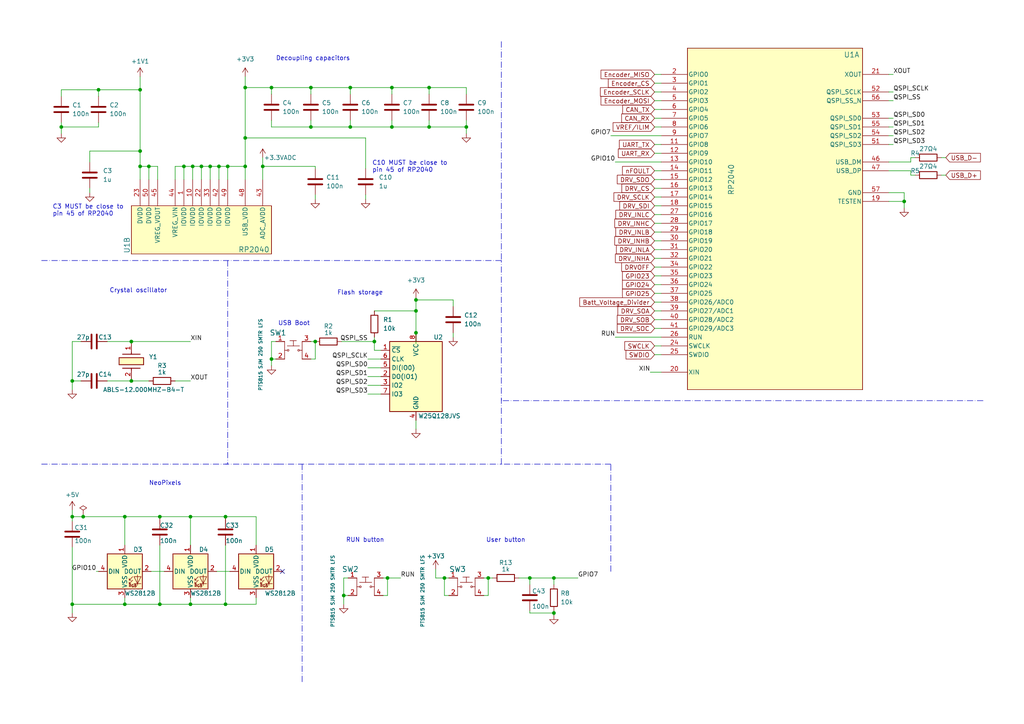
<source format=kicad_sch>
(kicad_sch (version 20230121) (generator eeschema)
  (paper "A4")
  (title_block (title "100w BLDC Motor Controller Pathfinder") (date "2024-02-05") (rev "0.1") (company "SCS"))
  (lib_symbols
    (symbol "2024-01-22_00-26-35:RP2040" (pin_names (offset 0.254))
      (property "Reference" "U1" (at 19.05 6.35 0))
      (property "Value" "RP2040" (at 20.32 -30.48 90))
      (symbol "RP2040_1_1"
        (polyline (pts (xy 7.62 7.62) (xy 7.62 -91.44)) (stroke (width 0.127)))
        (polyline (pts (xy 58.42 -91.44) (xy 58.42 7.62)) (stroke (width 0.127)))
        (polyline (pts (xy 58.42 7.62) (xy 7.62 7.62)) (stroke (width 0.127)))
        (rectangle (start 7.62 7.62) (end 58.42 -91.44) (fill (type background)))
        (pin bidirectional line (at 0 -20.32 0) (length 7.62) (name "GPIO8") (number "11"))
        (pin bidirectional line (at 0 -22.86 0) (length 7.62) (name "GPIO9") (number "12"))
        (pin bidirectional line (at 0 -25.4 0) (length 7.62) (name "GPIO10") (number "13"))
        (pin bidirectional line (at 0 -27.94 0) (length 7.62) (name "GPIO11") (number "14"))
        (pin bidirectional line (at 0 -30.48 0) (length 7.62) (name "GPIO12") (number "15"))
        (pin bidirectional line (at 0 -33.02 0) (length 7.62) (name "GPIO13") (number "16"))
        (pin bidirectional line (at 0 -35.56 0) (length 7.62) (name "GPIO14") (number "17"))
        (pin bidirectional line (at 0 -38.1 0) (length 7.62) (name "GPIO15") (number "18"))
        (pin passive line (at 66.04 -36.83 180) (length 7.62) (name "TESTEN") (number "19"))
        (pin bidirectional line (at 0 0 0) (length 7.62) (name "GPIO0") (number "2"))
        (pin unspecified line (at 0 -86.36 0) (length 7.62) (name "XIN") (number "20"))
        (pin output line (at 66.04 0 180) (length 7.62) (name "XOUT") (number "21"))
        (pin unspecified line (at 0 -78.74 0) (length 7.62) (name "SWCLK") (number "24"))
        (pin unspecified line (at 0 -81.28 0) (length 7.62) (name "SWDIO") (number "25"))
        (pin unspecified line (at 0 -76.2 0) (length 7.62) (name "RUN") (number "26"))
        (pin bidirectional line (at 0 -40.64 0) (length 7.62) (name "GPIO16") (number "27"))
        (pin bidirectional line (at 0 -43.18 0) (length 7.62) (name "GPIO17") (number "28"))
        (pin bidirectional line (at 0 -45.72 0) (length 7.62) (name "GPIO18") (number "29"))
        (pin bidirectional line (at 0 -2.54 0) (length 7.62) (name "GPIO1") (number "3"))
        (pin bidirectional line (at 0 -48.26 0) (length 7.62) (name "GPIO19") (number "30"))
        (pin bidirectional line (at 0 -50.8 0) (length 7.62) (name "GPIO20") (number "31"))
        (pin bidirectional line (at 0 -53.34 0) (length 7.62) (name "GPIO21") (number "32"))
        (pin bidirectional line (at 0 -55.88 0) (length 7.62) (name "GPIO22") (number "34"))
        (pin bidirectional line (at 0 -58.42 0) (length 7.62) (name "GPIO23") (number "35"))
        (pin bidirectional line (at 0 -60.96 0) (length 7.62) (name "GPIO24") (number "36"))
        (pin bidirectional line (at 0 -63.5 0) (length 7.62) (name "GPIO25") (number "37"))
        (pin bidirectional line (at 0 -66.04 0) (length 7.62) (name "GPIO26/ADC0") (number "38"))
        (pin bidirectional line (at 0 -68.58 0) (length 7.62) (name "GPIO27/ADC1") (number "39"))
        (pin bidirectional line (at 0 -5.08 0) (length 7.62) (name "GPIO2") (number "4"))
        (pin bidirectional line (at 0 -71.12 0) (length 7.62) (name "GPIO28/ADC2") (number "40"))
        (pin bidirectional line (at 0 -73.66 0) (length 7.62) (name "GPIO29/ADC3") (number "41"))
        (pin bidirectional line (at 66.04 -25.4 180) (length 7.62) (name "USB_DM") (number "46"))
        (pin bidirectional line (at 66.04 -27.94 180) (length 7.62) (name "USB_DP") (number "47"))
        (pin bidirectional line (at 0 -7.62 0) (length 7.62) (name "GPIO3") (number "5"))
        (pin bidirectional line (at 66.04 -20.32 180) (length 7.62) (name "QSPI_SD3") (number "51"))
        (pin output line (at 66.04 -5.08 180) (length 7.62) (name "QSPI_SCLK") (number "52"))
        (pin bidirectional line (at 66.04 -12.7 180) (length 7.62) (name "QSPI_SD0") (number "53"))
        (pin bidirectional line (at 66.04 -17.78 180) (length 7.62) (name "QSPI_SD2") (number "54"))
        (pin bidirectional line (at 66.04 -15.24 180) (length 7.62) (name "QSPI_SD1") (number "55"))
        (pin unspecified line (at 66.04 -7.62 180) (length 7.62) (name "QSPI_SS_N") (number "56"))
        (pin power_out line (at 66.04 -34.29 180) (length 7.62) (name "GND") (number "57"))
        (pin bidirectional line (at 0 -10.16 0) (length 7.62) (name "GPIO4") (number "6"))
        (pin bidirectional line (at 0 -12.7 0) (length 7.62) (name "GPIO5") (number "7"))
        (pin bidirectional line (at 0 -15.24 0) (length 7.62) (name "GPIO6") (number "8"))
        (pin bidirectional line (at 0 -17.78 0) (length 7.62) (name "GPIO7") (number "9"))
      )
      (symbol "RP2040_2_1"
        (polyline (pts (xy 7.62 -35.56) (xy 21.59 -35.56)) (stroke (width 0.127)) (fill (type background)))
        (polyline (pts (xy 7.62 5.08) (xy 7.62 -35.56)) (stroke (width 0.127)) (fill (type background)))
        (polyline (pts (xy 21.59 5.08) (xy 7.62 5.08)) (stroke (width 0.127)) (fill (type background)))
        (rectangle (start 7.62 5.08) (end 21.59 -35.56) (fill (type background)))
        (pin power_in line (at 0 -10.16 0) (length 7.62) (name "IOVDD") (number "1"))
        (pin power_in line (at 0 -12.7 0) (length 7.62) (name "IOVDD") (number "10"))
        (pin power_in line (at 0 -15.24 0) (length 7.62) (name "IOVDD") (number "22"))
        (pin power_in line (at 0 2.54 0) (length 7.62) (name "DVDD") (number "23"))
        (pin power_in line (at 0 -17.78 0) (length 7.62) (name "IOVDD") (number "33"))
        (pin power_in line (at 0 -20.32 0) (length 7.62) (name "IOVDD") (number "42"))
        (pin power_in line (at 0 -33.02 0) (length 7.62) (name "ADC_AVDD") (number "43"))
        (pin power_in line (at 0 -7.62 0) (length 7.62) (name "VREG_VIN") (number "44"))
        (pin power_out line (at 0 -2.54 0) (length 7.62) (name "VREG_VOUT") (number "45"))
        (pin power_in line (at 0 -27.94 0) (length 7.62) (name "USB_VDD") (number "48"))
        (pin power_in line (at 0 -22.86 0) (length 7.62) (name "IOVDD") (number "49"))
        (pin power_in line (at 0 0 0) (length 7.62) (name "DVDD") (number "50"))
      )
    )
    (symbol "2024-01-22_02-04-17:PTS815_SJM_250_SMTR_LFS" (pin_names (offset 0.254))
      (property "Reference" "SW1" (at 11.43 1.27 0))
      (property "Value" "PTS815 SJM 250 SMTR LFS" (at 16.51 -8.89 0))
      (symbol "PTS815_SJM_250_SMTR_LFS_0_1"
        (polyline (pts (xy 8.89 -1.27) (xy 8.89 -6.35)))
        (polyline (pts (xy 9.652 -3.81) (xy 8.89 -3.81)))
        (polyline (pts (xy 9.652 -2.54) (xy 13.208 -2.54)))
        (polyline (pts (xy 13.97 -6.35) (xy 13.97 -1.27)))
        (polyline (pts (xy 13.97 -3.81) (xy 13.208 -3.81)))
        (circle (center 9.906 -3.81) (radius 0.254))
        (circle (center 12.954 -3.81) (radius 0.254))
      )
      (symbol "PTS815_SJM_250_SMTR_LFS_1_1"
        (polyline (pts (xy 10.414 -1.016) (xy 12.319 -1.016)))
        (polyline (pts (xy 11.43 -1.016) (xy 11.43 -2.54)))
        (pin passive line (at 6.35 -1.27 0) (length 2.54) (name "~") (number "1"))
        (pin passive line (at 6.35 -6.35 0) (length 2.54) (name "~") (number "2"))
        (pin passive line (at 16.51 -1.27 180) (length 2.54) (name "~") (number "3"))
        (pin passive line (at 16.51 -6.35 180) (length 2.54) (name "~") (number "4"))
      )
    )
    (symbol "ABLS-12_000MHZ-B4-T:ABLS-12.000MHZ-B4-T" (pin_names hide)
      (property "Reference" "Y" (at 8.89 6.35 0))
      (property "Value" "ABLS-12.000MHZ-B4-T" (at 8.89 3.81 0))
      (symbol "ABLS-12.000MHZ-B4-T_1_1"
        (polyline (pts (xy 3.048 0) (xy 2.54 0)) (stroke (width 0.254)))
        (polyline (pts (xy 3.048 2.54) (xy 3.048 -2.54)) (stroke (width 0.254)))
        (polyline (pts (xy 7.112 0) (xy 7.62 0)) (stroke (width 0.254)))
        (polyline (pts (xy 7.112 2.54) (xy 7.112 -2.54)) (stroke (width 0.254)))
        (rectangle (start 4.064 3.556) (end 6.096 -3.556) (stroke (width 0.254)) (fill (type background)))
        (pin passive line (at 0 0 0) (length 2.54) (name "1") (number "1"))
        (pin passive line (at 10.16 0 180) (length 2.54) (name "2") (number "2"))
      )
    )
    (symbol "Device:C" (pin_numbers hide) (pin_names (offset 0.254))
      (property "Reference" "C" (at 0.635 2.54 0))
      (property "Value" "C" (at 0.635 -2.54 0))
      (symbol "C_0_1"
        (polyline (pts (xy -2.032 -0.762) (xy 2.032 -0.762)) (stroke (width 0.508)))
        (polyline (pts (xy -2.032 0.762) (xy 2.032 0.762)) (stroke (width 0.508)))
      )
      (symbol "C_1_1"
        (pin passive line (at 0 3.81 270) (length 2.794) (name "~") (number "1"))
        (pin passive line (at 0 -3.81 90) (length 2.794) (name "~") (number "2"))
      )
    )
    (symbol "Device:R" (pin_numbers hide) (pin_names (offset 0))
      (property "Reference" "R" (at 2.032 0 90))
      (property "Value" "R" (at 0 0 90))
      (symbol "R_0_1"
        (rectangle (start -1.016 -2.54) (end 1.016 2.54) (stroke (width 0.254)))
      )
      (symbol "R_1_1"
        (pin passive line (at 0 3.81 270) (length 1.27) (name "~") (number "1"))
        (pin passive line (at 0 -3.81 90) (length 1.27) (name "~") (number "2"))
      )
    )
    (symbol "LED:WS2812B" (pin_names (offset 0.254))
      (property "Reference" "D" (at 5.08 5.715 0))
      (property "Value" "WS2812B" (at 1.27 -5.715 0))
      (symbol "WS2812B_0_0"
        (text "RGB" (at 2.286 -4.191 0) (effects (font (size 0.762 0.762))))
      )
      (symbol "WS2812B_0_1"
        (polyline (pts (xy 1.27 -3.556) (xy 1.778 -3.556)))
        (polyline (pts (xy 1.27 -2.54) (xy 1.778 -2.54)))
        (polyline (pts (xy 4.699 -3.556) (xy 2.667 -3.556)))
        (polyline (pts (xy 2.286 -2.54) (xy 1.27 -3.556) (xy 1.27 -3.048)))
        (polyline (pts (xy 2.286 -1.524) (xy 1.27 -2.54) (xy 1.27 -2.032)))
        (polyline (pts (xy 3.683 -1.016) (xy 3.683 -3.556) (xy 3.683 -4.064)))
        (polyline (pts (xy 4.699 -1.524) (xy 2.667 -1.524) (xy 3.683 -3.556) (xy 4.699 -1.524)))
        (rectangle (start 5.08 5.08) (end -5.08 -5.08) (stroke (width 0.254)) (fill (type background)))
      )
      (symbol "WS2812B_1_1"
        (pin power_in line (at 0 7.62 270) (length 2.54) (name "VDD") (number "1"))
        (pin output line (at 7.62 0 180) (length 2.54) (name "DOUT") (number "2"))
        (pin power_in line (at 0 -7.62 90) (length 2.54) (name "VSS") (number "3"))
        (pin input line (at -7.62 0 0) (length 2.54) (name "DIN") (number "4"))
      )
    )
    (symbol "Memory_Flash:W25Q128JVS"
      (property "Reference" "U" (at -8.89 8.89 0))
      (property "Value" "W25Q128JVS" (at 7.62 8.89 0))
      (symbol "W25Q128JVS_0_1"
        (rectangle (start -7.62 10.16) (end 7.62 -10.16) (stroke (width 0.254)) (fill (type background)))
      )
      (symbol "W25Q128JVS_1_1"
        (pin input line (at -10.16 7.62 0) (length 2.54) (name "~{CS}") (number "1"))
        (pin bidirectional line (at -10.16 0 0) (length 2.54) (name "DO(IO1)") (number "2"))
        (pin bidirectional line (at -10.16 -2.54 0) (length 2.54) (name "IO2") (number "3"))
        (pin power_in line (at 0 -12.7 90) (length 2.54) (name "GND") (number "4"))
        (pin bidirectional line (at -10.16 2.54 0) (length 2.54) (name "DI(IO0)") (number "5"))
        (pin input line (at -10.16 5.08 0) (length 2.54) (name "CLK") (number "6"))
        (pin bidirectional line (at -10.16 -5.08 0) (length 2.54) (name "IO3") (number "7"))
        (pin power_in line (at 0 12.7 270) (length 2.54) (name "VCC") (number "8"))
      )
    )
    (symbol "RP2040_1" (pin_names (offset 0.254))
      (property "Reference" "U1" (at 19.05 6.35 0))
      (property "Value" "RP2040" (at 20.32 -30.48 90))
      (symbol "RP2040_1_1_1"
        (polyline (pts (xy 7.62 7.62) (xy 7.62 -91.44)) (stroke (width 0.127)))
        (polyline (pts (xy 58.42 -91.44) (xy 58.42 7.62)) (stroke (width 0.127)))
        (polyline (pts (xy 58.42 7.62) (xy 7.62 7.62)) (stroke (width 0.127)))
        (rectangle (start 7.62 7.62) (end 58.42 -91.44) (fill (type background)))
        (pin bidirectional line (at 0 -20.32 0) (length 7.62) (name "GPIO8") (number "11"))
        (pin bidirectional line (at 0 -22.86 0) (length 7.62) (name "GPIO9") (number "12"))
        (pin bidirectional line (at 0 -25.4 0) (length 7.62) (name "GPIO10") (number "13"))
        (pin bidirectional line (at 0 -27.94 0) (length 7.62) (name "GPIO11") (number "14"))
        (pin bidirectional line (at 0 -30.48 0) (length 7.62) (name "GPIO12") (number "15"))
        (pin bidirectional line (at 0 -33.02 0) (length 7.62) (name "GPIO13") (number "16"))
        (pin bidirectional line (at 0 -35.56 0) (length 7.62) (name "GPIO14") (number "17"))
        (pin bidirectional line (at 0 -38.1 0) (length 7.62) (name "GPIO15") (number "18"))
        (pin passive line (at 66.04 -36.83 180) (length 7.62) (name "TESTEN") (number "19"))
        (pin bidirectional line (at 0 0 0) (length 7.62) (name "GPIO0") (number "2"))
        (pin unspecified line (at 0 -86.36 0) (length 7.62) (name "XIN") (number "20"))
        (pin output line (at 66.04 0 180) (length 7.62) (name "XOUT") (number "21"))
        (pin unspecified line (at 0 -78.74 0) (length 7.62) (name "SWCLK") (number "24"))
        (pin unspecified line (at 0 -81.28 0) (length 7.62) (name "SWDIO") (number "25"))
        (pin unspecified line (at 0 -76.2 0) (length 7.62) (name "RUN") (number "26"))
        (pin bidirectional line (at 0 -40.64 0) (length 7.62) (name "GPIO16") (number "27"))
        (pin bidirectional line (at 0 -43.18 0) (length 7.62) (name "GPIO17") (number "28"))
        (pin bidirectional line (at 0 -45.72 0) (length 7.62) (name "GPIO18") (number "29"))
        (pin bidirectional line (at 0 -2.54 0) (length 7.62) (name "GPIO1") (number "3"))
        (pin bidirectional line (at 0 -48.26 0) (length 7.62) (name "GPIO19") (number "30"))
        (pin bidirectional line (at 0 -50.8 0) (length 7.62) (name "GPIO20") (number "31"))
        (pin bidirectional line (at 0 -53.34 0) (length 7.62) (name "GPIO21") (number "32"))
        (pin bidirectional line (at 0 -55.88 0) (length 7.62) (name "GPIO22") (number "34"))
        (pin bidirectional line (at 0 -58.42 0) (length 7.62) (name "GPIO23") (number "35"))
        (pin bidirectional line (at 0 -60.96 0) (length 7.62) (name "GPIO24") (number "36"))
        (pin bidirectional line (at 0 -63.5 0) (length 7.62) (name "GPIO25") (number "37"))
        (pin bidirectional line (at 0 -66.04 0) (length 7.62) (name "GPIO26/ADC0") (number "38"))
        (pin bidirectional line (at 0 -68.58 0) (length 7.62) (name "GPIO27/ADC1") (number "39"))
        (pin bidirectional line (at 0 -5.08 0) (length 7.62) (name "GPIO2") (number "4"))
        (pin bidirectional line (at 0 -71.12 0) (length 7.62) (name "GPIO28/ADC2") (number "40"))
        (pin bidirectional line (at 0 -73.66 0) (length 7.62) (name "GPIO29/ADC3") (number "41"))
        (pin bidirectional line (at 66.04 -25.4 180) (length 7.62) (name "USB_DM") (number "46"))
        (pin bidirectional line (at 66.04 -27.94 180) (length 7.62) (name "USB_DP") (number "47"))
        (pin bidirectional line (at 0 -7.62 0) (length 7.62) (name "GPIO3") (number "5"))
        (pin bidirectional line (at 66.04 -20.32 180) (length 7.62) (name "QSPI_SD3") (number "51"))
        (pin output line (at 66.04 -5.08 180) (length 7.62) (name "QSPI_SCLK") (number "52"))
        (pin bidirectional line (at 66.04 -12.7 180) (length 7.62) (name "QSPI_SD0") (number "53"))
        (pin bidirectional line (at 66.04 -17.78 180) (length 7.62) (name "QSPI_SD2") (number "54"))
        (pin bidirectional line (at 66.04 -15.24 180) (length 7.62) (name "QSPI_SD1") (number "55"))
        (pin unspecified line (at 66.04 -7.62 180) (length 7.62) (name "QSPI_SS_N") (number "56"))
        (pin power_out line (at 66.04 -34.29 180) (length 7.62) (name "GND") (number "57"))
        (pin bidirectional line (at 0 -10.16 0) (length 7.62) (name "GPIO4") (number "6"))
        (pin bidirectional line (at 0 -12.7 0) (length 7.62) (name "GPIO5") (number "7"))
        (pin bidirectional line (at 0 -15.24 0) (length 7.62) (name "GPIO6") (number "8"))
        (pin bidirectional line (at 0 -17.78 0) (length 7.62) (name "GPIO7") (number "9"))
      )
      (symbol "RP2040_1_2_1"
        (polyline (pts (xy 7.62 -35.56) (xy 21.59 -35.56)) (stroke (width 0.127)) (fill (type background)))
        (polyline (pts (xy 7.62 5.08) (xy 7.62 -35.56)) (stroke (width 0.127)) (fill (type background)))
        (polyline (pts (xy 21.59 5.08) (xy 7.62 5.08)) (stroke (width 0.127)) (fill (type background)))
        (rectangle (start 7.62 5.08) (end 21.59 -35.56) (fill (type background)))
        (pin power_in line (at 0 -10.16 0) (length 7.62) (name "IOVDD") (number "1"))
        (pin power_in line (at 0 -12.7 0) (length 7.62) (name "IOVDD") (number "10"))
        (pin power_in line (at 0 -15.24 0) (length 7.62) (name "IOVDD") (number "22"))
        (pin power_in line (at 0 2.54 0) (length 7.62) (name "DVDD") (number "23"))
        (pin power_in line (at 0 -17.78 0) (length 7.62) (name "IOVDD") (number "33"))
        (pin power_in line (at 0 -20.32 0) (length 7.62) (name "IOVDD") (number "42"))
        (pin power_in line (at 0 -33.02 0) (length 7.62) (name "ADC_AVDD") (number "43"))
        (pin power_in line (at 0 -7.62 0) (length 7.62) (name "VREG_VIN") (number "44"))
        (pin power_out line (at 0 -2.54 0) (length 7.62) (name "VREG_VOUT") (number "45"))
        (pin power_in line (at 0 -27.94 0) (length 7.62) (name "USB_VDD") (number "48"))
        (pin power_in line (at 0 -22.86 0) (length 7.62) (name "IOVDD") (number "49"))
        (pin power_in line (at 0 0 0) (length 7.62) (name "DVDD") (number "50"))
      )
    )
    (symbol "power:+1V1" (power) (pin_names (offset 0))
      (property "Value" "+1V1" (at 0 3.556 0))
      (symbol "+1V1_0_1"
        (polyline (pts (xy -0.762 1.27) (xy 0 2.54)))
        (polyline (pts (xy 0 0) (xy 0 2.54)))
        (polyline (pts (xy 0 2.54) (xy 0.762 1.27)))
      )
      (symbol "+1V1_1_1"
        (pin power_in line (at 0 0 90) (length 0) hide (name "+1V1") (number "1"))
      )
    )
    (symbol "power:+3.3VADC" (power) (pin_names (offset 0))
      (property "Value" "+3.3VADC" (at 0 2.54 0))
      (symbol "+3.3VADC_0_0"
        (pin power_in line (at 0 0 90) (length 0) hide (name "+3.3VADC") (number "1"))
      )
      (symbol "+3.3VADC_0_1"
        (polyline (pts (xy -0.762 1.27) (xy 0 2.54)))
        (polyline (pts (xy 0 0) (xy 0 2.54)))
        (polyline (pts (xy 0 2.54) (xy 0.762 1.27)))
      )
    )
    (symbol "power:+3V3" (power) (pin_names (offset 0))
      (property "Value" "+3V3" (at 0 3.556 0))
      (symbol "+3V3_0_1"
        (polyline (pts (xy -0.762 1.27) (xy 0 2.54)))
        (polyline (pts (xy 0 0) (xy 0 2.54)))
        (polyline (pts (xy 0 2.54) (xy 0.762 1.27)))
      )
      (symbol "+3V3_1_1"
        (pin power_in line (at 0 0 90) (length 0) hide (name "+3V3") (number "1"))
      )
    )
    (symbol "power:+5V" (power) (pin_names (offset 0))
      (property "Value" "+5V" (at 0 3.556 0))
      (symbol "+5V_0_1"
        (polyline (pts (xy -0.762 1.27) (xy 0 2.54)))
        (polyline (pts (xy 0 0) (xy 0 2.54)))
        (polyline (pts (xy 0 2.54) (xy 0.762 1.27)))
      )
      (symbol "+5V_1_1"
        (pin power_in line (at 0 0 90) (length 0) hide (name "+5V") (number "1"))
      )
    )
    (symbol "power:GND" (power) (pin_names (offset 0))
      (property "Value" "GND" (at 0 -3.81 0))
      (symbol "GND_0_1"
        (polyline (pts (xy 0 0) (xy 0 -1.27) (xy 1.27 -1.27) (xy 0 -2.54) (xy -1.27 -1.27) (xy 0 -1.27)))
      )
      (symbol "GND_1_1"
        (pin power_in line (at 0 0 270) (length 0) hide (name "GND") (number "1"))
      )
    )
    (symbol "power:PWR_FLAG" (power) (pin_numbers hide) (pin_names (offset 0) hide)
      (property "Value" "PWR_FLAG" (at 0 3.81 0))
      (symbol "PWR_FLAG_0_0"
        (pin power_out line (at 0 0 90) (length 0) (name "pwr") (number "1"))
      )
      (symbol "PWR_FLAG_0_1"
        (polyline (pts (xy 0 0) (xy 0 1.27) (xy -1.016 1.905) (xy 0 2.54) (xy 1.016 1.905) (xy 0 1.27)))
      )
    )
  )
  (junction (at 113.665 25.4))
  (junction (at 113.665 36.83))
  (junction (at 28.575 26.035))
  (junction (at 36.195 149.86))
  (junction (at 91.44 99.06))
  (junction (at 46.355 149.86))
  (junction (at 112.395 167.64))
  (junction (at 20.955 149.86))
  (junction (at 101.6 36.83))
  (junction (at 60.96 48.26))
  (junction (at 20.955 175.26))
  (junction (at 38.1 110.49))
  (junction (at 141.605 167.64))
  (junction (at 71.12 48.26))
  (junction (at 90.17 25.4))
  (junction (at 78.74 25.4))
  (junction (at 135.255 36.83))
  (junction (at 40.64 48.26))
  (junction (at 55.245 175.26))
  (junction (at 65.405 149.86))
  (junction (at 124.46 25.4))
  (junction (at 160.655 167.64))
  (junction (at 17.78 36.83))
  (junction (at 66.04 48.26))
  (junction (at 38.1 99.06))
  (junction (at 78.74 104.14))
  (junction (at 24.13 149.86))
  (junction (at 55.245 149.86))
  (junction (at 55.88 48.26))
  (junction (at 120.65 86.995))
  (junction (at 99.695 172.72))
  (junction (at 120.65 90.17))
  (junction (at 43.18 48.26))
  (junction (at 153.67 167.64))
  (junction (at 58.42 48.26))
  (junction (at 108.585 99.06))
  (junction (at 53.34 48.26))
  (junction (at 76.2 48.26))
  (junction (at 90.17 36.83))
  (junction (at 71.12 40.005))
  (junction (at 40.64 43.815))
  (junction (at 101.6 25.4))
  (junction (at 160.655 177.8))
  (junction (at 63.5 48.26))
  (junction (at 36.195 175.26))
  (junction (at 262.255 58.42))
  (junction (at 46.355 175.26))
  (junction (at 20.955 110.49))
  (junction (at 120.65 96.52))
  (junction (at 128.905 167.64))
  (junction (at 124.46 36.83))
  (junction (at 71.12 25.4))
  (junction (at 40.64 26.035))
  (junction (at 65.405 175.26))
  (no_connect (at 81.915 165.735))
  (wire (pts (xy 108.585 101.6) (xy 110.49 101.6)))
  (wire (pts (xy 135.255 25.4) (xy 135.255 27.305)))
  (wire (pts (xy 78.74 27.305) (xy 78.74 25.4)))
  (wire (pts (xy 20.955 110.49) (xy 23.495 110.49)))
  (wire (pts (xy 189.865 26.67) (xy 191.77 26.67)))
  (wire (pts (xy 36.195 149.86) (xy 36.195 158.115)))
  (wire (pts (xy 189.865 82.55) (xy 191.77 82.55)))
  (wire (pts (xy 55.245 149.86) (xy 65.405 149.86)))
  (wire (pts (xy 20.955 149.86) (xy 24.13 149.86)))
  (wire (pts (xy 78.74 104.14) (xy 80.01 104.14)))
  (wire (pts (xy 45.72 52.07) (xy 45.72 48.26)))
  (wire (pts (xy 189.865 52.07) (xy 191.77 52.07)))
  (wire (pts (xy 58.42 48.26) (xy 60.96 48.26)))
  (wire (pts (xy 160.655 167.64) (xy 167.64 167.64)))
  (wire (pts (xy 80.01 99.06) (xy 78.74 99.06)))
  (wire (pts (xy 66.04 52.07) (xy 66.04 48.26)))
  (wire (pts (xy 126.365 165.1) (xy 126.365 167.64)))
  (wire (pts (xy 153.67 177.8) (xy 160.655 177.8)))
  (wire (pts (xy 74.295 149.86) (xy 74.295 158.115)))
  (wire (pts (xy 264.16 45.72) (xy 264.16 46.99)))
  (wire (pts (xy 65.405 149.86) (xy 65.405 150.495)))
  (wire (pts (xy 189.865 102.87) (xy 191.77 102.87)))
  (wire (pts (xy 99.695 167.64) (xy 99.695 172.72)))
  (wire (pts (xy 65.405 158.115) (xy 65.405 175.26)))
  (wire (pts (xy 120.65 90.17) (xy 120.65 96.52)))
  (wire (pts (xy 153.67 167.64) (xy 153.67 169.545)))
  (wire (pts (xy 188.595 107.95) (xy 191.77 107.95)))
  (polyline (pts (xy 87.63 134.62) (xy 87.63 198.12)) (stroke (width 0) (type dash_dot)))
  (wire (pts (xy 264.16 46.99) (xy 257.81 46.99)))
  (wire (pts (xy 20.955 175.26) (xy 20.955 177.8)))
  (wire (pts (xy 259.08 21.59) (xy 257.81 21.59)))
  (wire (pts (xy 259.08 41.91) (xy 257.81 41.91)))
  (wire (pts (xy 71.12 40.005) (xy 106.045 40.005)))
  (wire (pts (xy 55.88 52.07) (xy 55.88 48.26)))
  (wire (pts (xy 28.575 36.83) (xy 17.78 36.83)))
  (wire (pts (xy 78.74 25.4) (xy 90.17 25.4)))
  (wire (pts (xy 189.865 92.71) (xy 191.77 92.71)))
  (wire (pts (xy 38.1 110.49) (xy 38.1 109.855)))
  (wire (pts (xy 189.865 36.83) (xy 191.77 36.83)))
  (wire (pts (xy 78.74 36.83) (xy 90.17 36.83)))
  (wire (pts (xy 189.865 64.77) (xy 191.77 64.77)))
  (wire (pts (xy 135.255 36.83) (xy 135.255 34.925)))
  (wire (pts (xy 55.88 48.26) (xy 58.42 48.26)))
  (wire (pts (xy 274.32 45.72) (xy 273.05 45.72)))
  (wire (pts (xy 106.045 56.515) (xy 106.045 57.785)))
  (wire (pts (xy 101.6 36.83) (xy 113.665 36.83)))
  (wire (pts (xy 160.655 177.8) (xy 160.655 178.435)))
  (wire (pts (xy 27.94 165.735) (xy 28.575 165.735)))
  (wire (pts (xy 108.585 90.17) (xy 120.65 90.17)))
  (wire (pts (xy 99.695 172.72) (xy 100.965 172.72)))
  (wire (pts (xy 189.865 69.85) (xy 191.77 69.85)))
  (wire (pts (xy 124.46 36.83) (xy 135.255 36.83)))
  (wire (pts (xy 113.665 34.925) (xy 113.665 36.83)))
  (wire (pts (xy 71.12 48.26) (xy 71.12 52.07)))
  (wire (pts (xy 74.295 173.355) (xy 74.295 175.26)))
  (wire (pts (xy 20.955 110.49) (xy 20.955 113.03)))
  (polyline (pts (xy 12.065 75.565) (xy 145.415 75.565)) (stroke (width 0) (type dash_dot)))
  (wire (pts (xy 43.18 48.26) (xy 43.18 52.07)))
  (wire (pts (xy 17.78 26.035) (xy 28.575 26.035)))
  (wire (pts (xy 43.18 110.49) (xy 38.1 110.49)))
  (wire (pts (xy 38.1 99.06) (xy 31.115 99.06)))
  (polyline (pts (xy 177.165 165.735) (xy 177.165 134.62)) (stroke (width 0) (type dash_dot)))
  (wire (pts (xy 55.245 173.355) (xy 55.245 175.26)))
  (wire (pts (xy 189.865 54.61) (xy 191.77 54.61)))
  (wire (pts (xy 38.1 99.06) (xy 55.245 99.06)))
  (wire (pts (xy 90.17 25.4) (xy 101.6 25.4)))
  (wire (pts (xy 189.865 41.91) (xy 191.77 41.91)))
  (wire (pts (xy 160.655 177.165) (xy 160.655 177.8)))
  (wire (pts (xy 120.65 86.36) (xy 120.65 86.995)))
  (wire (pts (xy 111.125 167.64) (xy 112.395 167.64)))
  (wire (pts (xy 28.575 35.56) (xy 28.575 36.83)))
  (wire (pts (xy 124.46 27.305) (xy 124.46 25.4)))
  (wire (pts (xy 262.255 55.88) (xy 262.255 58.42)))
  (wire (pts (xy 20.955 158.75) (xy 20.955 175.26)))
  (wire (pts (xy 100.965 167.64) (xy 99.695 167.64)))
  (wire (pts (xy 53.34 48.26) (xy 55.88 48.26)))
  (wire (pts (xy 106.68 104.14) (xy 110.49 104.14)))
  (wire (pts (xy 20.955 147.955) (xy 20.955 149.86)))
  (wire (pts (xy 189.865 29.21) (xy 191.77 29.21)))
  (wire (pts (xy 120.65 99.695) (xy 120.65 96.52)))
  (wire (pts (xy 160.655 167.64) (xy 160.655 169.545)))
  (wire (pts (xy 120.65 121.92) (xy 120.65 124.46)))
  (wire (pts (xy 113.665 36.83) (xy 124.46 36.83)))
  (wire (pts (xy 43.815 165.735) (xy 47.625 165.735)))
  (wire (pts (xy 20.955 149.86) (xy 20.955 151.13)))
  (polyline (pts (xy 145.415 116.205) (xy 145.415 115.57)))
  (wire (pts (xy 120.65 86.995) (xy 120.65 90.17)))
  (wire (pts (xy 65.405 149.86) (xy 74.295 149.86)))
  (wire (pts (xy 71.12 22.225) (xy 71.12 25.4)))
  (wire (pts (xy 26.035 46.99) (xy 26.035 43.815)))
  (wire (pts (xy 66.04 48.26) (xy 71.12 48.26)))
  (wire (pts (xy 141.605 167.64) (xy 142.875 167.64)))
  (wire (pts (xy 262.255 58.42) (xy 262.255 60.325)))
  (wire (pts (xy 78.74 34.925) (xy 78.74 36.83)))
  (wire (pts (xy 101.6 25.4) (xy 113.665 25.4)))
  (wire (pts (xy 71.12 40.005) (xy 71.12 48.26)))
  (wire (pts (xy 189.865 72.39) (xy 191.77 72.39)))
  (wire (pts (xy 99.06 99.06) (xy 108.585 99.06)))
  (wire (pts (xy 189.865 77.47) (xy 191.77 77.47)))
  (wire (pts (xy 36.195 175.26) (xy 46.355 175.26)))
  (wire (pts (xy 20.955 175.26) (xy 36.195 175.26)))
  (wire (pts (xy 106.68 106.68) (xy 110.49 106.68)))
  (wire (pts (xy 189.865 90.17) (xy 191.77 90.17)))
  (wire (pts (xy 24.13 149.225) (xy 24.13 149.86)))
  (wire (pts (xy 106.68 114.3) (xy 110.49 114.3)))
  (wire (pts (xy 264.16 49.53) (xy 257.81 49.53)))
  (wire (pts (xy 153.67 177.165) (xy 153.67 177.8)))
  (wire (pts (xy 189.865 80.01) (xy 191.77 80.01)))
  (wire (pts (xy 46.355 149.86) (xy 46.355 150.495)))
  (wire (pts (xy 189.865 57.15) (xy 191.77 57.15)))
  (wire (pts (xy 60.96 48.26) (xy 60.96 52.07)))
  (polyline (pts (xy 177.165 134.62) (xy 145.415 134.62)) (stroke (width 0) (type dash_dot)))
  (wire (pts (xy 189.865 67.31) (xy 191.77 67.31)))
  (wire (pts (xy 126.365 167.64) (xy 128.905 167.64)))
  (polyline (pts (xy 145.415 134.62) (xy 145.415 75.565)) (stroke (width 0) (type dash_dot)))
  (wire (pts (xy 124.46 25.4) (xy 135.255 25.4)))
  (wire (pts (xy 257.81 58.42) (xy 262.255 58.42)))
  (wire (pts (xy 259.08 29.21) (xy 257.81 29.21)))
  (wire (pts (xy 31.115 110.49) (xy 38.1 110.49)))
  (wire (pts (xy 40.64 26.035) (xy 40.64 43.815)))
  (wire (pts (xy 189.865 85.09) (xy 191.77 85.09)))
  (wire (pts (xy 63.5 48.26) (xy 63.5 52.07)))
  (wire (pts (xy 71.12 25.4) (xy 78.74 25.4)))
  (wire (pts (xy 58.42 48.26) (xy 58.42 52.07)))
  (wire (pts (xy 46.355 149.86) (xy 55.245 149.86)))
  (wire (pts (xy 45.72 48.26) (xy 43.18 48.26)))
  (wire (pts (xy 106.68 111.76) (xy 110.49 111.76)))
  (wire (pts (xy 50.8 52.07) (xy 50.8 48.26)))
  (wire (pts (xy 141.605 172.72) (xy 141.605 167.64)))
  (wire (pts (xy 62.865 165.735) (xy 66.675 165.735)))
  (wire (pts (xy 189.865 74.93) (xy 191.77 74.93)))
  (wire (pts (xy 43.18 48.26) (xy 40.64 48.26)))
  (wire (pts (xy 38.1 99.695) (xy 38.1 99.06)))
  (wire (pts (xy 178.435 97.79) (xy 191.77 97.79)))
  (wire (pts (xy 99.695 172.72) (xy 99.695 175.26)))
  (wire (pts (xy 259.08 26.67) (xy 257.81 26.67)))
  (polyline (pts (xy 285.115 116.205) (xy 145.415 116.205)) (stroke (width 0) (type dash_dot)))
  (wire (pts (xy 264.16 45.72) (xy 265.43 45.72)))
  (wire (pts (xy 28.575 26.035) (xy 28.575 27.94)))
  (wire (pts (xy 101.6 34.925) (xy 101.6 36.83)))
  (wire (pts (xy 131.445 88.9) (xy 131.445 86.995)))
  (wire (pts (xy 120.65 86.995) (xy 131.445 86.995)))
  (wire (pts (xy 113.665 25.4) (xy 113.665 27.305)))
  (wire (pts (xy 112.395 167.64) (xy 112.395 172.72)))
  (wire (pts (xy 53.34 48.26) (xy 53.34 52.07)))
  (wire (pts (xy 259.08 39.37) (xy 257.81 39.37)))
  (wire (pts (xy 65.405 175.26) (xy 74.295 175.26)))
  (wire (pts (xy 140.335 172.72) (xy 141.605 172.72)))
  (wire (pts (xy 130.175 172.72) (xy 128.905 172.72)))
  (wire (pts (xy 274.32 50.8) (xy 273.05 50.8)))
  (wire (pts (xy 55.245 175.26) (xy 65.405 175.26)))
  (wire (pts (xy 50.8 110.49) (xy 55.245 110.49)))
  (wire (pts (xy 259.08 34.29) (xy 257.81 34.29)))
  (polyline (pts (xy 12.065 134.62) (xy 80.645 134.62)) (stroke (width 0) (type dash_dot)))
  (wire (pts (xy 265.43 50.8) (xy 264.16 50.8)))
  (wire (pts (xy 17.78 35.56) (xy 17.78 36.83)))
  (wire (pts (xy 108.585 99.06) (xy 108.585 101.6)))
  (wire (pts (xy 189.865 95.25) (xy 191.77 95.25)))
  (wire (pts (xy 259.08 36.83) (xy 257.81 36.83)))
  (wire (pts (xy 189.865 31.75) (xy 191.77 31.75)))
  (wire (pts (xy 177.165 39.37) (xy 191.77 39.37)))
  (wire (pts (xy 106.68 109.22) (xy 110.49 109.22)))
  (wire (pts (xy 20.955 99.06) (xy 20.955 110.49)))
  (wire (pts (xy 90.17 34.925) (xy 90.17 36.83)))
  (wire (pts (xy 189.865 100.33) (xy 191.77 100.33)))
  (wire (pts (xy 189.865 34.29) (xy 191.77 34.29)))
  (wire (pts (xy 113.665 25.4) (xy 124.46 25.4)))
  (wire (pts (xy 108.585 97.79) (xy 108.585 99.06)))
  (wire (pts (xy 90.17 25.4) (xy 90.17 27.305)))
  (wire (pts (xy 26.035 54.61) (xy 26.035 55.88)))
  (wire (pts (xy 17.78 27.94) (xy 17.78 26.035)))
  (wire (pts (xy 91.44 56.515) (xy 91.44 57.785)))
  (wire (pts (xy 36.195 149.86) (xy 46.355 149.86)))
  (wire (pts (xy 91.44 48.895) (xy 91.44 48.26)))
  (wire (pts (xy 40.64 43.815) (xy 40.64 48.26)))
  (polyline (pts (xy 80.645 134.62) (xy 145.415 134.62)) (stroke (width 0) (type dash_dot)))
  (wire (pts (xy 55.245 158.115) (xy 55.245 149.86)))
  (wire (pts (xy 189.865 49.53) (xy 191.77 49.53)))
  (wire (pts (xy 23.495 99.06) (xy 20.955 99.06)))
  (wire (pts (xy 141.605 167.64) (xy 140.335 167.64)))
  (wire (pts (xy 150.495 167.64) (xy 153.67 167.64)))
  (wire (pts (xy 124.46 34.925) (xy 124.46 36.83)))
  (wire (pts (xy 40.64 22.225) (xy 40.64 26.035)))
  (wire (pts (xy 90.17 36.83) (xy 101.6 36.83)))
  (wire (pts (xy 60.96 48.26) (xy 63.5 48.26)))
  (wire (pts (xy 111.125 172.72) (xy 112.395 172.72)))
  (wire (pts (xy 189.865 87.63) (xy 191.77 87.63)))
  (polyline (pts (xy 66.04 134.62) (xy 65.405 134.62)))
  (wire (pts (xy 135.255 36.83) (xy 135.255 38.735)))
  (polyline (pts (xy 145.415 12.065) (xy 145.415 75.565)) (stroke (width 0) (type dash_dot)))
  (wire (pts (xy 106.045 48.895) (xy 106.045 40.005)))
  (wire (pts (xy 90.17 104.14) (xy 91.44 104.14)))
  (wire (pts (xy 78.74 104.14) (xy 78.74 106.045)))
  (wire (pts (xy 189.865 21.59) (xy 191.77 21.59)))
  (wire (pts (xy 128.905 172.72) (xy 128.905 167.64)))
  (wire (pts (xy 264.16 50.8) (xy 264.16 49.53)))
  (wire (pts (xy 63.5 48.26) (xy 66.04 48.26)))
  (wire (pts (xy 46.355 158.115) (xy 46.355 175.26)))
  (wire (pts (xy 40.64 48.26) (xy 40.64 52.07)))
  (wire (pts (xy 76.2 48.26) (xy 91.44 48.26)))
  (wire (pts (xy 71.12 25.4) (xy 71.12 40.005)))
  (wire (pts (xy 112.395 167.64) (xy 116.205 167.64)))
  (wire (pts (xy 46.355 175.26) (xy 55.245 175.26)))
  (wire (pts (xy 26.035 43.815) (xy 40.64 43.815)))
  (wire (pts (xy 101.6 27.305) (xy 101.6 25.4)))
  (wire (pts (xy 189.865 24.13) (xy 191.77 24.13)))
  (wire (pts (xy 76.2 45.72) (xy 76.2 48.26)))
  (wire (pts (xy 28.575 26.035) (xy 40.64 26.035)))
  (wire (pts (xy 50.8 48.26) (xy 53.34 48.26)))
  (wire (pts (xy 78.74 99.06) (xy 78.74 104.14)))
  (wire (pts (xy 128.905 167.64) (xy 130.175 167.64)))
  (wire (pts (xy 189.865 62.23) (xy 191.77 62.23)))
  (wire (pts (xy 189.865 44.45) (xy 191.77 44.45)))
  (wire (pts (xy 178.435 46.99) (xy 191.77 46.99)))
  (wire (pts (xy 90.17 99.06) (xy 91.44 99.06)))
  (wire (pts (xy 153.67 167.64) (xy 160.655 167.64)))
  (wire (pts (xy 131.445 96.52) (xy 131.445 97.79)))
  (wire (pts (xy 189.865 59.69) (xy 191.77 59.69)))
  (wire (pts (xy 24.13 149.86) (xy 36.195 149.86)))
  (wire (pts (xy 76.2 48.26) (xy 76.2 52.07)))
  (polyline (pts (xy 66.04 75.565) (xy 66.04 134.62)) (stroke (width 0) (type dash_dot)))
  (wire (pts (xy 36.195 173.355) (xy 36.195 175.26)))
  (wire (pts (xy 257.81 55.88) (xy 262.255 55.88)))
  (wire (pts (xy 17.78 36.83) (xy 17.78 38.735)))
  (wire (pts (xy 91.44 104.14) (xy 91.44 99.06)))
  (text "Decoupling capacitors" (at 80.01 17.78 0) (effects (font (size 1.27 1.27)) (justify left bottom)))
  (text "USB Boot" (at 80.645 94.615 0) (effects (font (size 1.27 1.27)) (justify left bottom)))
  (text "Crystal oscillator" (at 31.75 85.09 0) (effects (font (size 1.27 1.27)) (justify left bottom)))
  (text "User button" (at 140.97 157.48 0) (effects (font (size 1.27 1.27)) (justify left bottom)))
  (text "NeoPixels" (at 43.18 140.97 0) (effects (font (size 1.27 1.27)) (justify left bottom)))
  (text "RUN button" (at 100.33 157.48 0) (effects (font (size 1.27 1.27)) (justify left bottom)))
  (text "C3 MUST be close to\npin 45 of RP2040" (at 15.24 62.865 0) (effects (font (size 1.27 1.27)) (justify left bottom)))
  (text "Flash storage" (at 97.79 85.725 0) (effects (font (size 1.27 1.27)) (justify left bottom)))
  (text "C10 MUST be close to\npin 45 of RP2040" (at 107.95 50.165 0) (effects (font (size 1.27 1.27)) (justify left bottom)))
  (label "QSPI_SD3" (at 259.08 41.91 0))
  (label "QSPI_SD1" (at 259.08 36.83 0))
  (label "GPIO10" (at 27.94 165.735 180))
  (label "QSPI_SS" (at 259.08 29.21 0))
  (label "QSPI_SD3" (at 106.68 114.3 180))
  (label "QSPI_SD0" (at 106.68 106.68 180))
  (label "XIN" (at 55.245 99.06 0))
  (label "XOUT" (at 259.08 21.59 0))
  (label "QSPI_SD1" (at 106.68 109.22 180))
  (label "RUN" (at 178.435 97.79 180))
  (label "GPIO7" (at 167.64 167.64 0))
  (label "GPIO7" (at 177.165 39.37 180))
  (label "RUN" (at 116.205 167.64 0))
  (label "XOUT" (at 55.245 110.49 0))
  (label "QSPI_SCLK" (at 259.08 26.67 0))
  (label "QSPI_SD2" (at 259.08 39.37 0))
  (label "GPIO10" (at 178.435 46.99 180))
  (label "QSPI_SS" (at 106.68 99.06 180))
  (label "QSPI_SCLK" (at 106.68 104.14 180))
  (label "XIN" (at 188.595 107.95 180))
  (label "QSPI_SD0" (at 259.08 34.29 0))
  (label "QSPI_SD2" (at 106.68 111.76 180))
  (global_label "nFOULT" (shape input) (at 189.865 49.53 180) (property "Intersheetrefs" "${INTERSHEET_REFS}" (effects hide)))
  (global_label "DRV_SCLK" (shape input) (at 189.865 57.15 180) (property "Intersheetrefs" "${INTERSHEET_REFS}" (effects hide)))
  (global_label "GPIO24" (shape input) (at 189.865 82.55 180) (property "Intersheetrefs" "${INTERSHEET_REFS}" (effects hide)))
  (global_label "DRV_INLA" (shape input) (at 189.865 72.39 180) (property "Intersheetrefs" "${INTERSHEET_REFS}" (effects hide)))
  (global_label "DRVOFF" (shape input) (at 189.865 77.47 180) (property "Intersheetrefs" "${INTERSHEET_REFS}" (effects hide)))
  (global_label "CAN_TX" (shape input) (at 189.865 31.75 180) (property "Intersheetrefs" "${INTERSHEET_REFS}" (effects hide)))
  (global_label "USB_D+" (shape input) (at 274.32 50.8 0) (property "Intersheetrefs" "${INTERSHEET_REFS}" (effects hide)))
  (global_label "DRV_INHB" (shape input) (at 189.865 69.85 180) (property "Intersheetrefs" "${INTERSHEET_REFS}" (effects hide)))
  (global_label "DRV_INLC" (shape input) (at 189.865 62.23 180) (property "Intersheetrefs" "${INTERSHEET_REFS}" (effects hide)))
  (global_label "UART_TX" (shape input) (at 189.865 41.91 180) (property "Intersheetrefs" "${INTERSHEET_REFS}" (effects hide)))
  (global_label "DRV_SOB" (shape input) (at 189.865 92.71 180) (property "Intersheetrefs" "${INTERSHEET_REFS}" (effects hide)))
  (global_label "Encoder_MOSI" (shape input) (at 189.865 29.21 180) (property "Intersheetrefs" "${INTERSHEET_REFS}" (effects hide)))
  (global_label "Encoder_CS" (shape input) (at 189.865 24.13 180) (property "Intersheetrefs" "${INTERSHEET_REFS}" (effects hide)))
  (global_label "SWCLK" (shape input) (at 189.865 100.33 180) (property "Intersheetrefs" "${INTERSHEET_REFS}" (effects hide)))
  (global_label "USB_D-" (shape input) (at 274.32 45.72 0) (property "Intersheetrefs" "${INTERSHEET_REFS}" (effects hide)))
  (global_label "GPIO25" (shape input) (at 189.865 85.09 180) (property "Intersheetrefs" "${INTERSHEET_REFS}" (effects hide)))
  (global_label "DRV_SDO" (shape input) (at 189.865 52.07 180) (property "Intersheetrefs" "${INTERSHEET_REFS}" (effects hide)))
  (global_label "DRV_SDI" (shape input) (at 189.865 59.69 180) (property "Intersheetrefs" "${INTERSHEET_REFS}" (effects hide)))
  (global_label "DRV_CS" (shape input) (at 189.865 54.61 180) (property "Intersheetrefs" "${INTERSHEET_REFS}" (effects hide)))
  (global_label "DRV_SOA" (shape input) (at 189.865 90.17 180) (property "Intersheetrefs" "${INTERSHEET_REFS}" (effects hide)))
  (global_label "GPIO23" (shape input) (at 189.865 80.01 180) (property "Intersheetrefs" "${INTERSHEET_REFS}" (effects hide)))
  (global_label "Encoder_MISO" (shape input) (at 189.865 21.59 180) (property "Intersheetrefs" "${INTERSHEET_REFS}" (effects hide)))
  (global_label "CAN_RX" (shape input) (at 189.865 34.29 180) (property "Intersheetrefs" "${INTERSHEET_REFS}" (effects hide)))
  (global_label "VREF{slash}ILIM" (shape input) (at 189.865 36.83 180) (property "Intersheetrefs" "${INTERSHEET_REFS}" (effects hide)))
  (global_label "UART_RX" (shape input) (at 189.865 44.45 180) (property "Intersheetrefs" "${INTERSHEET_REFS}" (effects hide)))
  (global_label "Batt_Voltage_Divider" (shape input) (at 189.865 87.63 180) (property "Intersheetrefs" "${INTERSHEET_REFS}" (effects hide)))
  (global_label "DRV_SOC" (shape input) (at 189.865 95.25 180) (property "Intersheetrefs" "${INTERSHEET_REFS}" (effects hide)))
  (global_label "DRV_INHC" (shape input) (at 189.865 64.77 180) (property "Intersheetrefs" "${INTERSHEET_REFS}" (effects hide)))
  (global_label "SWDIO" (shape input) (at 189.865 102.87 180) (property "Intersheetrefs" "${INTERSHEET_REFS}" (effects hide)))
  (global_label "Encoder_SCLK" (shape input) (at 189.865 26.67 180) (property "Intersheetrefs" "${INTERSHEET_REFS}" (effects hide)))
  (global_label "DRV_INHA" (shape input) (at 189.865 74.93 180) (property "Intersheetrefs" "${INTERSHEET_REFS}" (effects hide)))
  (global_label "DRV_INLB" (shape input) (at 189.865 67.31 180) (property "Intersheetrefs" "${INTERSHEET_REFS}" (effects hide)))
  (symbol (lib_id "Device:C") (at 65.405 154.305 0) (unit 1)
    (property "Reference" "C33" (at 65.405 152.4 0) (effects (justify left)))
    (property "Value" "100n" (at 65.405 156.845 0) (effects (justify left)))
  )
  (symbol (lib_id "power:+5V") (at 20.955 147.955 0) (unit 1)
    (property "Reference" "#PWR036" (effects hide))
    (property "Value" "+5V" (at 20.955 143.51 0))
  )
  (symbol (lib_id "2024-01-22_00-26-35:RP2040") (at 43.18 52.07 90) (mirror x) (unit 2)
    (property "Reference" "U1" (at 36.83 71.12 0) (effects (font (size 1.524 1.524))))
    (property "Value" "RP2040" (at 73.66 72.39 90) (effects (font (size 1.524 1.524))))
    (property "Footprint" "IC57_RP2040" (effects hide))
    (property "Datasheet" "RP2040" (effects hide))
  )
  (symbol (lib_id "power:PWR_FLAG") (at 24.13 149.225 0) (unit 1)
    (property "Reference" "#FLG02" (effects hide))
    (property "Value" "PWR_FLAG" (effects hide))
  )
  (symbol (lib_id "2024-01-22_02-04-17:PTS815_SJM_250_SMTR_LFS") (at 73.66 97.79 0) (unit 1)
    (property "Reference" "SW1" (at 80.645 96.52 0) (effects (font (size 1.524 1.524))))
    (property "Value" "PTS815 SJM 250 SMTR LFS" (at 75.565 102.87 90) (effects (font (size 1 1))))
    (property "Footprint" "SW4_PTS815 SJM 250 SMTR LFS_CNK" (effects hide))
    (property "Datasheet" "PTS815 SJM 250 SMTR LFS" (effects hide))
  )
  (symbol (lib_id "Device:R") (at 95.25 99.06 90) (unit 1)
    (property "Reference" "R2" (at 95.25 94.615 90))
    (property "Value" "1k" (at 95.25 96.52 90))
  )
  (symbol (lib_id "Device:C") (at 101.6 31.115 0) (unit 1)
    (property "Reference" "C6" (at 104.775 29.845 0) (effects (justify left)))
    (property "Value" "100n" (at 104.775 32.385 0) (effects (justify left)))
  )
  (symbol (lib_id "Device:C") (at 78.74 31.115 0) (unit 1)
    (property "Reference" "C4" (at 81.915 29.845 0) (effects (justify left)))
    (property "Value" "100n" (at 81.915 32.385 0) (effects (justify left)))
  )
  (symbol (lib_id "power:+3.3VADC") (at 76.2 45.72 0) (unit 1)
    (property "Reference" "#PWR08" (effects hide))
    (property "Value" "+3.3VADC" (at 81.28 45.72 0))
  )
  (symbol (lib_id "LED:WS2812B") (at 36.195 165.735 0) (unit 1)
    (property "Reference" "D3" (at 40.005 159.385 0))
    (property "Value" "WS2812B" (at 40.64 172.085 0))
    (property "Footprint" "LED_SMD:LED_WS2812B_PLCC4_5.0x5.0mm_P3.2mm" (effects hide))
    (property "Datasheet" "https://cdn-shop.adafruit.com/datasheets/WS2812B.pdf" (effects hide))
  )
  (symbol (lib_id "Device:C") (at 113.665 31.115 0) (unit 1)
    (property "Reference" "C7" (at 116.84 29.845 0) (effects (justify left)))
    (property "Value" "100n" (at 116.84 32.385 0) (effects (justify left)))
  )
  (symbol (lib_id "Device:C") (at 17.78 31.75 0) (unit 1)
    (property "Reference" "C1" (at 20.955 30.48 0) (effects (justify left)))
    (property "Value" "100n" (at 20.955 33.02 0) (effects (justify left)))
  )
  (symbol (lib_id "Device:C") (at 124.46 31.115 0) (unit 1)
    (property "Reference" "C8" (at 127.635 29.845 0) (effects (justify left)))
    (property "Value" "100n" (at 127.635 32.385 0) (effects (justify left)))
  )
  (symbol (lib_id "power:GND") (at 120.65 124.46 0) (unit 1)
    (property "Reference" "#PWR010" (effects hide))
    (property "Value" "GND" (effects hide))
  )
  (symbol (lib_id "Device:C") (at 90.17 31.115 0) (unit 1)
    (property "Reference" "C5" (at 93.345 29.845 0) (effects (justify left)))
    (property "Value" "100n" (at 93.345 32.385 0) (effects (justify left)))
  )
  (symbol (lib_id "power:GND") (at 106.045 57.785 0) (unit 1)
    (property "Reference" "#PWR06" (effects hide))
    (property "Value" "GND" (effects hide))
  )
  (symbol (lib_id "Device:R") (at 146.685 167.64 90) (unit 1)
    (property "Reference" "R13" (at 146.685 163.195 90))
    (property "Value" "1k" (at 146.685 165.1 90))
  )
  (symbol (lib_id "power:GND") (at 91.44 57.785 0) (unit 1)
    (property "Reference" "#PWR07" (effects hide))
    (property "Value" "GND" (effects hide))
  )
  (symbol (lib_id "power:GND") (at 20.955 113.03 0) (unit 1)
    (property "Reference" "#PWR014" (effects hide))
    (property "Value" "GND" (effects hide))
  )
  (symbol (lib_id "Device:R") (at 269.24 45.72 90) (unit 1)
    (property "Reference" "R4" (at 265.43 44.45 90))
    (property "Value" "27Ω4" (at 269.24 43.18 90))
  )
  (symbol (lib_id "2024-01-22_02-04-17:PTS815_SJM_250_SMTR_LFS") (at 123.825 166.37 0) (unit 1)
    (property "Reference" "SW3" (at 132.715 165.1 0) (effects (font (size 1.524 1.524))))
    (property "Value" "PTS815 SJM 250 SMTR LFS" (at 122.555 171.45 90) (effects (font (size 1 1))))
    (property "Footprint" "SW4_PTS815 SJM 250 SMTR LFS_CNK" (effects hide))
    (property "Datasheet" "PTS815 SJM 250 SMTR LFS" (effects hide))
  )
  (symbol (lib_id "Device:C") (at 27.305 99.06 90) (unit 1)
    (property "Reference" "C13" (at 30.48 97.79 90))
    (property "Value" "27p" (at 24.13 97.79 90))
  )
  (symbol (lib_id "ABLS-12_000MHZ-B4-T:ABLS-12.000MHZ-B4-T") (at 38.1 99.695 270) (unit 1)
    (property "Reference" "Y1" (at 43.18 103.505 90) (effects (justify left)))
    (property "Value" "ABLS-12.000MHZ-B4-T" (at 29.845 113.03 90) (effects (justify left)))
    (property "Footprint" "ABLS" (effects hide))
    (property "Datasheet" "https://abracon.com/Resonators/abls.pdf" (effects hide))
    (property "Mouser Part Number" "815-ABLS-12.0M-T" (effects hide))
    (property "Mouser Price/Stock" "https://www.mouser.co.uk/ProductDetail/ABRACON/ABLS-12.000MHZ-B4-T?qs=yTU0IcKoRlGSQ8ooxPPVnQ%3D%3D" (effects hide))
    (property "Manufacturer_Name" "ABRACON" (effects hide))
    (property "Manufacturer_Part_Number" "ABLS-12.000MHZ-B4-T" (effects hide))
  )
  (symbol (lib_id "Device:R") (at 269.24 50.8 90) (unit 1)
    (property "Reference" "R5" (at 265.43 49.53 90))
    (property "Value" "27Ω4" (at 269.24 48.26 90))
  )
  (symbol (lib_id "power:GND") (at 78.74 106.045 0) (unit 1)
    (property "Reference" "#PWR012" (effects hide))
    (property "Value" "GND" (effects hide))
  )
  (symbol (lib_id "power:+3V3") (at 120.65 86.36 0) (unit 1)
    (property "Reference" "#PWR011" (effects hide))
    (property "Value" "+3V3" (at 120.65 81.28 0))
  )
  (symbol (lib_id "power:+1V1") (at 40.64 22.225 0) (unit 1)
    (property "Reference" "#PWR01" (effects hide))
    (property "Value" "+1V1" (at 40.64 17.78 0))
  )
  (symbol (lib_id "Device:C") (at 27.305 110.49 90) (unit 1)
    (property "Reference" "C14" (at 30.48 108.585 90))
    (property "Value" "27p" (at 24.13 108.585 90))
  )
  (symbol (lib_id "power:GND") (at 20.955 177.8 0) (unit 1)
    (property "Reference" "#PWR037" (effects hide))
    (property "Value" "GND" (effects hide))
  )
  (symbol (lib_id "Device:C") (at 106.045 52.705 0) (unit 1)
    (property "Reference" "C10" (at 109.855 51.435 0) (effects (justify left)))
    (property "Value" "1u" (at 109.855 53.975 0) (effects (justify left)))
  )
  (symbol (lib_id "power:GND") (at 26.035 55.88 0) (unit 1)
    (property "Reference" "#PWR05" (effects hide))
    (property "Value" "GND" (effects hide))
  )
  (symbol (lib_id "power:GND") (at 17.78 38.735 0) (unit 1)
    (property "Reference" "#PWR02" (effects hide))
    (property "Value" "GND" (effects hide))
  )
  (symbol (lib_name "RP2040_1") (lib_id "2024-01-22_00-26-35:RP2040") (at 191.77 21.59 0) (unit 1)
    (property "Reference" "U1" (at 247.015 15.875 0) (effects (font (size 1.524 1.524))))
    (property "Value" "RP2040" (at 212.09 52.07 90) (effects (font (size 1.524 1.524))))
    (property "Footprint" "IC57_RP2040" (effects hide))
    (property "Datasheet" "RP2040" (effects hide))
  )
  (symbol (lib_id "LED:WS2812B") (at 74.295 165.735 0) (unit 1)
    (property "Reference" "D5" (at 78.105 159.385 0))
    (property "Value" "WS2812B" (at 81.28 172.085 0))
    (property "Footprint" "LED_SMD:LED_WS2812B_PLCC4_5.0x5.0mm_P3.2mm" (effects hide))
    (property "Datasheet" "https://cdn-shop.adafruit.com/datasheets/WS2812B.pdf" (effects hide))
  )
  (symbol (lib_id "power:GND") (at 131.445 97.79 0) (unit 1)
    (property "Reference" "#PWR013" (effects hide))
    (property "Value" "GND" (effects hide))
  )
  (symbol (lib_id "power:GND") (at 99.695 175.26 0) (unit 1)
    (property "Reference" "#PWR035" (effects hide))
    (property "Value" "GND" (effects hide))
  )
  (symbol (lib_id "Device:C") (at 131.445 92.71 0) (unit 1)
    (property "Reference" "C12" (at 134.62 91.44 0) (effects (justify left)))
    (property "Value" "100n" (at 134.62 93.98 0) (effects (justify left)))
  )
  (symbol (lib_id "Device:C") (at 46.355 154.305 0) (unit 1)
    (property "Reference" "C32" (at 46.355 152.4 0) (effects (justify left)))
    (property "Value" "100n" (at 46.355 156.845 0) (effects (justify left)))
  )
  (symbol (lib_id "Memory_Flash:W25Q128JVS") (at 120.65 109.22 0) (unit 1)
    (property "Reference" "U2" (at 125.73 97.79 0) (effects (justify left)))
    (property "Value" "W25Q128JVS" (at 121.285 120.65 0) (effects (justify left)))
    (property "Footprint" "Package_SO:SOIC-8_5.23x5.23mm_P1.27mm" (effects hide))
    (property "Datasheet" "http://www.winbond.com/resource-files/w25q128jv_dtr%20revc%2003272018%20plus.pdf" (effects hide))
  )
  (symbol (lib_id "Device:C") (at 28.575 31.75 0) (unit 1)
    (property "Reference" "C2" (at 31.75 30.48 0) (effects (justify left)))
    (property "Value" "100n" (at 31.75 33.02 0) (effects (justify left)))
  )
  (symbol (lib_id "power:GND") (at 135.255 38.735 0) (unit 1)
    (property "Reference" "#PWR04" (effects hide))
    (property "Value" "GND" (effects hide))
  )
  (symbol (lib_id "power:GND") (at 262.255 60.325 0) (unit 1)
    (property "Reference" "#PWR09" (effects hide))
    (property "Value" "GND" (effects hide))
  )
  (symbol (lib_id "power:+3V3") (at 126.365 165.1 0) (unit 1)
    (property "Reference" "#PWR046" (effects hide))
    (property "Value" "+3V3" (at 126.365 161.29 0))
  )
  (symbol (lib_id "2024-01-22_02-04-17:PTS815_SJM_250_SMTR_LFS") (at 94.615 166.37 0) (unit 1)
    (property "Reference" "SW2" (at 101.6 165.1 0) (effects (font (size 1.524 1.524))))
    (property "Value" "PTS815 SJM 250 SMTR LFS" (at 96.52 171.45 90) (effects (font (size 1 1))))
    (property "Footprint" "SW4_PTS815 SJM 250 SMTR LFS_CNK" (effects hide))
    (property "Datasheet" "PTS815 SJM 250 SMTR LFS" (effects hide))
  )
  (symbol (lib_id "Device:C") (at 135.255 31.115 0) (unit 1)
    (property "Reference" "C9" (at 138.43 29.845 0) (effects (justify left)))
    (property "Value" "100n" (at 138.43 32.385 0) (effects (justify left)))
  )
  (symbol (lib_id "Device:R") (at 160.655 173.355 0) (unit 1)
    (property "Reference" "R8" (at 162.56 172.085 0) (effects (justify left)))
    (property "Value" "10k" (at 162.56 174.625 0) (effects (justify left)))
  )
  (symbol (lib_id "Device:R") (at 108.585 93.98 0) (unit 1)
    (property "Reference" "R1" (at 111.125 92.71 0) (effects (justify left)))
    (property "Value" "10k" (at 111.125 95.25 0) (effects (justify left)))
  )
  (symbol (lib_id "Device:R") (at 46.99 110.49 90) (unit 1)
    (property "Reference" "R3" (at 46.99 106.045 90))
    (property "Value" "1k" (at 46.99 107.95 90))
  )
  (symbol (lib_id "LED:WS2812B") (at 55.245 165.735 0) (unit 1)
    (property "Reference" "D4" (at 59.055 159.385 0))
    (property "Value" "WS2812B" (at 59.69 172.085 0))
    (property "Footprint" "LED_SMD:LED_WS2812B_PLCC4_5.0x5.0mm_P3.2mm" (effects hide))
    (property "Datasheet" "https://cdn-shop.adafruit.com/datasheets/WS2812B.pdf" (effects hide))
  )
  (symbol (lib_id "Device:C") (at 91.44 52.705 0) (unit 1)
    (property "Reference" "C11" (at 94.615 51.435 0) (effects (justify left)))
    (property "Value" "100n" (at 94.615 53.975 0) (effects (justify left)))
  )
  (symbol (lib_id "Device:C") (at 26.035 50.8 0) (unit 1)
    (property "Reference" "C3" (at 29.845 49.53 0) (effects (justify left)))
    (property "Value" "1u" (at 29.845 52.07 0) (effects (justify left)))
  )
  (symbol (lib_id "power:GND") (at 160.655 178.435 0) (unit 1)
    (property "Reference" "#PWR047" (effects hide))
    (property "Value" "GND" (effects hide))
  )
  (symbol (lib_id "Device:C") (at 153.67 173.355 0) (unit 1)
    (property "Reference" "C43" (at 154.305 171.45 0) (effects (justify left)))
    (property "Value" "100n" (at 154.305 175.895 0) (effects (justify left)))
  )
  (symbol (lib_id "Device:C") (at 20.955 154.94 0) (unit 1)
    (property "Reference" "C31" (at 21.59 153.035 0) (effects (justify left)))
    (property "Value" "100n" (at 21.59 156.845 0) (effects (justify left)))
  )
  (symbol (lib_id "power:+3V3") (at 71.12 22.225 0) (unit 1)
    (property "Reference" "#PWR03" (effects hide))
    (property "Value" "+3V3" (at 71.12 17.145 0))
  )
  (sheet (at 0 213.36) (size 36.83 17.145) (stroke (width 0.1524))
    (property "Sheetname" "Power" (at 2.54 217.805 0) (effects (font (size 1.57 1.57) bold) (justify left bottom)))
    (property "Sheetfile" "Power.kicad_sch" (at 0 231.0896 0) (effects (justify left top)))
  )
  (sheet (at 38.735 213.36) (size 36.83 17.145) (stroke (width 0.1524))
    (property "Sheetname" "Motor Driver & Encoder" (at 54.61 217.805 0) (effects (font (size 1.57 1.57) bold) (justify bottom)))
    (property "Sheetfile" "MD.kicad_sch" (at 38.735 231.0896 0) (effects (justify left top)))
  )
  (sheet (at 77.47 213.36) (size 36.83 17.145) (stroke (width 0.1524))
    (property "Sheetname" "Communication Peripherals" (at 78.74 217.805 0) (effects (font (size 1.57 1.57) bold) (justify left bottom)))
    (property "Sheetfile" "CP.kicad_sch" (at 77.47 231.0896 0) (effects (justify left top)))
  )
)
</source>
